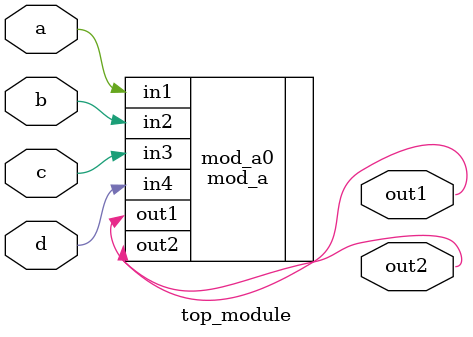
<source format=v>
module top_module ( 
    input a, 
    input b, 
    input c,
    input d,
    output out1,
    output out2
);
    
    mod_a mod_a0(.in1(a), .in2(b), .in3(c), .in4(d), .out1(out1), .out2(out2));

endmodule

</source>
